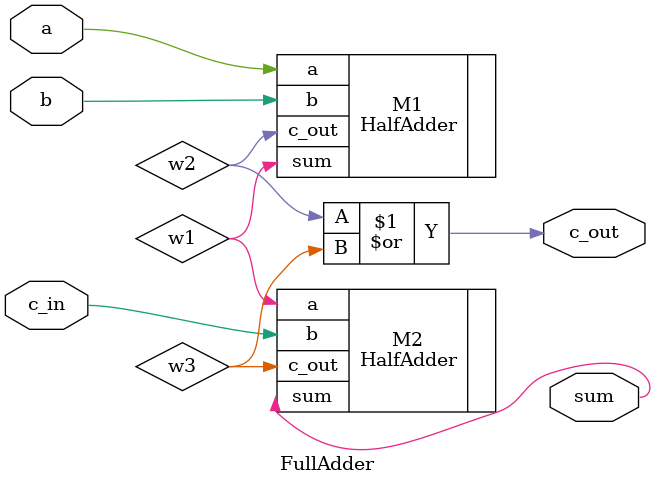
<source format=v>
`timescale 1ns / 1ps

module FullAdder(
    input a,
    input b,
    input c_in,
    output sum,
    output c_out
    );
    
    wire    w1,w2,w3;
    
    HalfAdder   M1(.sum(w1),.c_out(w2),.a(a),.b(b));
    HalfAdder   M2(.sum(sum),.c_out(w3),.a(w1),.b(c_in));
    or          M3(c_out,w2,w3);
endmodule

</source>
